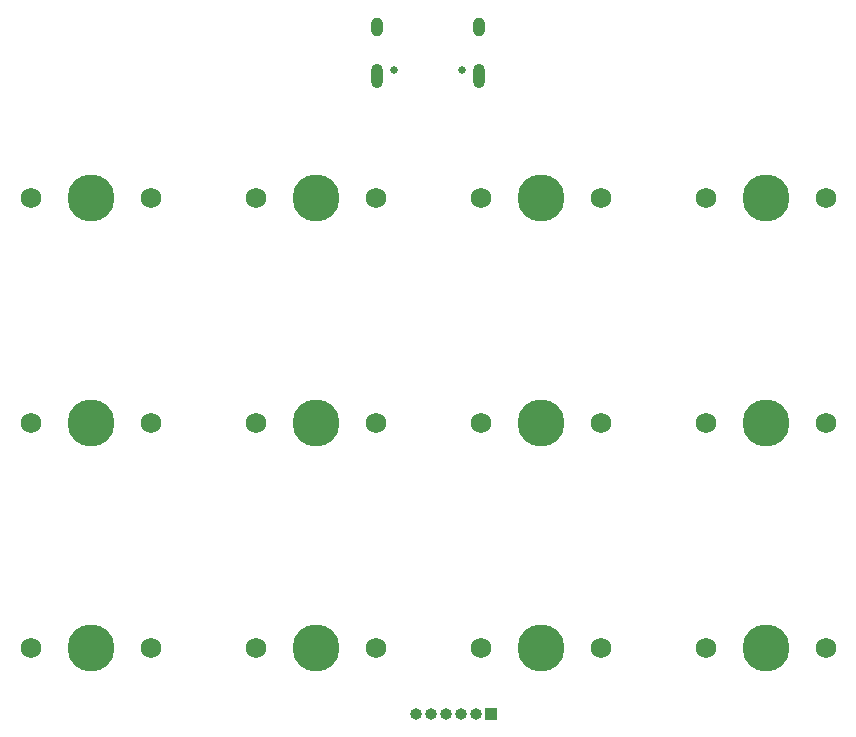
<source format=gbr>
%TF.GenerationSoftware,KiCad,Pcbnew,(5.1.10)-1*%
%TF.CreationDate,2021-09-30T18:26:24+02:00*%
%TF.ProjectId,twelvekey,7477656c-7665-46b6-9579-2e6b69636164,rev?*%
%TF.SameCoordinates,Original*%
%TF.FileFunction,Soldermask,Top*%
%TF.FilePolarity,Negative*%
%FSLAX46Y46*%
G04 Gerber Fmt 4.6, Leading zero omitted, Abs format (unit mm)*
G04 Created by KiCad (PCBNEW (5.1.10)-1) date 2021-09-30 18:26:24*
%MOMM*%
%LPD*%
G01*
G04 APERTURE LIST*
%ADD10C,1.750000*%
%ADD11C,3.987800*%
%ADD12O,1.000000X2.100000*%
%ADD13C,0.650000*%
%ADD14O,1.000000X1.600000*%
%ADD15O,1.000000X1.000000*%
%ADD16R,1.000000X1.000000*%
G04 APERTURE END LIST*
D10*
%TO.C,MX2*%
X120929400Y-54559200D03*
X110769400Y-54559200D03*
D11*
X115849400Y-54559200D03*
%TD*%
D10*
%TO.C,MX12*%
X159029400Y-92659200D03*
X148869400Y-92659200D03*
D11*
X153949400Y-92659200D03*
%TD*%
D10*
%TO.C,MX11*%
X139979400Y-92659200D03*
X129819400Y-92659200D03*
D11*
X134899400Y-92659200D03*
%TD*%
D10*
%TO.C,MX10*%
X120929400Y-92659200D03*
X110769400Y-92659200D03*
D11*
X115849400Y-92659200D03*
%TD*%
D10*
%TO.C,MX9*%
X101879400Y-92659200D03*
X91719400Y-92659200D03*
D11*
X96799400Y-92659200D03*
%TD*%
D10*
%TO.C,MX8*%
X159029400Y-73609200D03*
X148869400Y-73609200D03*
D11*
X153949400Y-73609200D03*
%TD*%
D10*
%TO.C,MX7*%
X139979400Y-73609200D03*
X129819400Y-73609200D03*
D11*
X134899400Y-73609200D03*
%TD*%
D10*
%TO.C,MX6*%
X120929400Y-73609200D03*
X110769400Y-73609200D03*
D11*
X115849400Y-73609200D03*
%TD*%
D10*
%TO.C,MX5*%
X101879400Y-73609200D03*
X91719400Y-73609200D03*
D11*
X96799400Y-73609200D03*
%TD*%
D10*
%TO.C,MX4*%
X159029400Y-54559200D03*
X148869400Y-54559200D03*
D11*
X153949400Y-54559200D03*
%TD*%
D10*
%TO.C,MX3*%
X139979400Y-54559200D03*
X129819400Y-54559200D03*
D11*
X134899400Y-54559200D03*
%TD*%
D10*
%TO.C,MX1*%
X101879400Y-54559200D03*
X91719400Y-54559200D03*
D11*
X96799400Y-54559200D03*
%TD*%
D12*
%TO.C,USB1*%
X129694400Y-44252600D03*
X121054400Y-44252600D03*
D13*
X122484400Y-43722600D03*
D14*
X121054400Y-40072600D03*
D13*
X128264400Y-43722600D03*
D14*
X129694400Y-40072600D03*
%TD*%
D15*
%TO.C,J1*%
X124307600Y-98221800D03*
X125577600Y-98221800D03*
X126847600Y-98221800D03*
X128117600Y-98221800D03*
X129387600Y-98221800D03*
D16*
X130657600Y-98221800D03*
%TD*%
M02*

</source>
